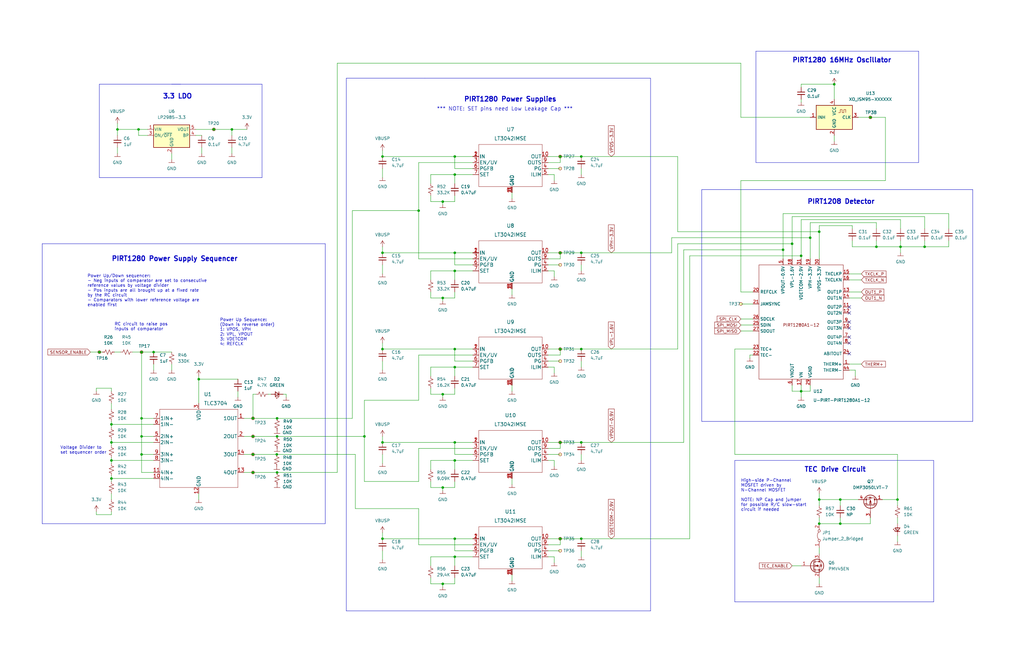
<source format=kicad_sch>
(kicad_sch (version 20230121) (generator eeschema)
  (paper "B")
  (junction (at 245.11 106.68))
  (junction (at 106.68 191.77))
  (junction (at 369.57 104.14))
  (junction (at 337.82 107.95))
  (junction (at 41.91 148.59))
  (junction (at 186.69 125.73))
  (junction (at 59.69 191.77))
  (junction (at 116.84 184.15))
  (junction (at 49.53 54.61))
  (junction (at 245.11 186.69))
  (junction (at 90.17 54.61))
  (junction (at 116.84 176.53))
  (junction (at 354.33 210.82))
  (junction (at 46.99 186.69))
  (junction (at 191.77 147.32))
  (junction (at 186.69 85.09))
  (junction (at 191.77 234.95))
  (junction (at 106.68 199.39))
  (junction (at 351.79 35.56))
  (junction (at 354.33 220.98))
  (junction (at 83.82 160.02))
  (junction (at 161.29 186.69))
  (junction (at 58.42 54.61))
  (junction (at 345.44 97.79))
  (junction (at 59.69 184.15))
  (junction (at 161.29 66.04))
  (junction (at 345.44 210.82))
  (junction (at 367.03 49.53))
  (junction (at 191.77 114.3))
  (junction (at 337.82 165.1))
  (junction (at 334.01 102.87))
  (junction (at 191.77 73.66))
  (junction (at 379.73 104.14))
  (junction (at 106.68 176.53))
  (junction (at 161.29 147.32))
  (junction (at 191.77 194.31))
  (junction (at 245.11 147.32))
  (junction (at 46.99 201.93))
  (junction (at 389.89 104.14))
  (junction (at 236.22 66.04))
  (junction (at 176.53 88.9))
  (junction (at 236.22 186.69))
  (junction (at 236.22 147.32))
  (junction (at 64.77 148.59))
  (junction (at 191.77 106.68))
  (junction (at 97.79 54.61))
  (junction (at 245.11 66.04))
  (junction (at 46.99 194.31))
  (junction (at 186.69 205.74))
  (junction (at 378.46 210.82))
  (junction (at 236.22 227.33))
  (junction (at 191.77 186.69))
  (junction (at 341.63 100.33))
  (junction (at 191.77 66.04))
  (junction (at 116.722 191.77))
  (junction (at 116.84 199.39))
  (junction (at 245.11 227.33))
  (junction (at 186.69 246.38))
  (junction (at 59.69 148.59))
  (junction (at 186.69 166.37))
  (junction (at 106.68 184.15))
  (junction (at 161.29 106.68))
  (junction (at 191.77 227.33))
  (junction (at 59.69 176.53))
  (junction (at 46.99 179.07))
  (junction (at 345.44 220.98))
  (junction (at 161.29 227.33))
  (junction (at 153.67 184.15))
  (junction (at 236.22 106.68))
  (junction (at 191.77 154.94))
  (junction (at 330.2 105.41))
  (no_connect (at 358.14 135.89))
  (no_connect (at 358.14 144.78))
  (no_connect (at 358.14 142.24))
  (no_connect (at 358.14 138.43))
  (no_connect (at 358.14 132.08))
  (no_connect (at 358.14 149.225))
  (no_connect (at 358.14 129.54))
  (wire (pts (xy 337.82 41.91) (xy 337.82 43.18)))
  (wire (pts (xy 181.61 114.3) (xy 181.61 118.11)))
  (wire (pts (xy 181.61 85.09) (xy 186.69 85.09)))
  (wire (pts (xy 245.11 152.4) (xy 245.11 154.94)))
  (wire (pts (xy 379.73 101.6) (xy 379.73 104.14)))
  (wire (pts (xy 231.14 189.23) (xy 236.22 189.23)))
  (wire (pts (xy 58.42 54.61) (xy 62.23 54.61)))
  (wire (pts (xy 83.82 160.02) (xy 83.82 170.18)))
  (wire (pts (xy 97.79 54.61) (xy 104.14 54.61)))
  (wire (pts (xy 191.77 125.73) (xy 191.77 123.19)))
  (polyline (pts (xy 318.77 21.59) (xy 349.25 21.59)))
  (wire (pts (xy 72.39 153.67) (xy 72.39 156.21)))
  (wire (pts (xy 161.29 191.77) (xy 161.29 195.58)))
  (wire (pts (xy 191.77 227.33) (xy 199.39 227.33)))
  (wire (pts (xy 245.11 66.04) (xy 285.75 66.04)))
  (wire (pts (xy 161.29 144.78) (xy 161.29 147.32)))
  (wire (pts (xy 215.9 81.28) (xy 215.9 83.82)))
  (wire (pts (xy 161.29 224.79) (xy 161.29 227.33)))
  (wire (pts (xy 290.83 107.95) (xy 337.82 107.95)))
  (wire (pts (xy 106.68 176.53) (xy 116.84 176.53)))
  (wire (pts (xy 245.11 147.32) (xy 285.75 147.32)))
  (wire (pts (xy 191.77 114.3) (xy 181.61 114.3)))
  (wire (pts (xy 48.26 148.59) (xy 50.8 148.59)))
  (wire (pts (xy 176.53 88.9) (xy 176.53 109.22)))
  (wire (pts (xy 233.68 194.31) (xy 231.14 194.31)))
  (wire (pts (xy 46.99 194.31) (xy 46.99 195.58)))
  (wire (pts (xy 337.82 35.56) (xy 351.79 35.56)))
  (wire (pts (xy 181.61 234.95) (xy 181.61 238.76)))
  (wire (pts (xy 231.14 106.68) (xy 236.22 106.68)))
  (wire (pts (xy 106.68 199.39) (xy 116.84 199.39)))
  (wire (pts (xy 231.14 149.86) (xy 236.22 149.86)))
  (wire (pts (xy 161.29 63.5) (xy 161.29 66.04)))
  (wire (pts (xy 285.75 102.87) (xy 334.01 102.87)))
  (wire (pts (xy 312.42 26.67) (xy 312.42 49.53)))
  (wire (pts (xy 153.67 184.15) (xy 153.67 203.2)))
  (wire (pts (xy 181.61 194.31) (xy 181.61 198.12)))
  (wire (pts (xy 161.29 152.4) (xy 161.29 156.21)))
  (wire (pts (xy 354.33 210.82) (xy 345.44 210.82)))
  (wire (pts (xy 40.64 215.9) (xy 40.64 217.17)))
  (wire (pts (xy 191.77 234.95) (xy 181.61 234.95)))
  (wire (pts (xy 181.61 243.84) (xy 181.61 246.38)))
  (wire (pts (xy 186.69 205.74) (xy 191.77 205.74)))
  (polyline (pts (xy 274.32 257.81) (xy 146.05 257.81)))
  (wire (pts (xy 191.77 152.4) (xy 191.77 147.32)))
  (wire (pts (xy 46.99 201.93) (xy 64.77 201.93)))
  (wire (pts (xy 233.68 157.48) (xy 233.68 154.94)))
  (wire (pts (xy 46.99 217.17) (xy 46.99 215.9)))
  (polyline (pts (xy 72.39 35.56) (xy 110.49 35.56)))
  (wire (pts (xy 199.39 232.41) (xy 191.77 232.41)))
  (wire (pts (xy 312.42 134.62) (xy 317.5 134.62)))
  (wire (pts (xy 176.53 68.58) (xy 199.39 68.58)))
  (wire (pts (xy 49.53 52.07) (xy 49.53 54.61)))
  (wire (pts (xy 330.2 90.17) (xy 400.05 90.17)))
  (wire (pts (xy 59.69 199.39) (xy 64.77 199.39)))
  (wire (pts (xy 231.14 147.32) (xy 236.22 147.32)))
  (polyline (pts (xy 295.91 177.8) (xy 295.91 80.01)))
  (wire (pts (xy 191.77 186.69) (xy 199.39 186.69)))
  (wire (pts (xy 161.29 104.14) (xy 161.29 106.68)))
  (wire (pts (xy 215.9 162.56) (xy 215.9 165.1)))
  (wire (pts (xy 236.22 106.68) (xy 245.11 106.68)))
  (wire (pts (xy 337.82 109.22) (xy 337.82 107.95)))
  (wire (pts (xy 191.77 73.66) (xy 181.61 73.66)))
  (wire (pts (xy 59.69 148.59) (xy 59.69 176.53)))
  (polyline (pts (xy 41.91 35.56) (xy 72.39 35.56)))
  (wire (pts (xy 245.11 111.76) (xy 245.11 114.3)))
  (wire (pts (xy 161.29 111.76) (xy 161.29 115.57)))
  (wire (pts (xy 186.69 125.73) (xy 191.77 125.73)))
  (polyline (pts (xy 110.49 74.93) (xy 41.91 74.93)))
  (wire (pts (xy 231.14 68.58) (xy 236.22 68.58)))
  (wire (pts (xy 345.44 231.14) (xy 345.44 233.68)))
  (wire (pts (xy 46.99 193.04) (xy 46.99 194.31)))
  (wire (pts (xy 49.53 54.61) (xy 49.53 57.15)))
  (wire (pts (xy 345.44 210.82) (xy 345.44 213.36)))
  (wire (pts (xy 236.22 227.33) (xy 245.11 227.33)))
  (wire (pts (xy 285.75 97.79) (xy 345.44 97.79)))
  (wire (pts (xy 64.77 153.67) (xy 64.77 156.21)))
  (wire (pts (xy 41.91 148.59) (xy 43.18 148.59)))
  (wire (pts (xy 59.69 176.53) (xy 59.69 184.15)))
  (wire (pts (xy 181.61 246.38) (xy 186.69 246.38)))
  (wire (pts (xy 186.69 85.09) (xy 191.77 85.09)))
  (wire (pts (xy 46.99 177.8) (xy 46.99 179.07)))
  (wire (pts (xy 312.42 139.7) (xy 317.5 139.7)))
  (wire (pts (xy 40.64 217.17) (xy 46.99 217.17)))
  (wire (pts (xy 97.79 54.61) (xy 97.79 57.15)))
  (wire (pts (xy 64.77 148.59) (xy 72.39 148.59)))
  (wire (pts (xy 358.14 156.21) (xy 360.68 156.21)))
  (wire (pts (xy 59.69 176.53) (xy 64.77 176.53)))
  (wire (pts (xy 142.24 199.39) (xy 142.24 26.67)))
  (wire (pts (xy 153.67 168.91) (xy 153.67 184.15)))
  (wire (pts (xy 46.99 185.42) (xy 46.99 186.69)))
  (wire (pts (xy 191.77 73.66) (xy 191.77 77.47)))
  (wire (pts (xy 199.39 234.95) (xy 191.77 234.95)))
  (wire (pts (xy 312.42 49.53) (xy 341.63 49.53)))
  (wire (pts (xy 181.61 82.55) (xy 181.61 85.09)))
  (wire (pts (xy 181.61 154.94) (xy 181.61 158.75)))
  (wire (pts (xy 116.84 184.15) (xy 153.67 184.15)))
  (wire (pts (xy 72.39 64.77) (xy 72.39 67.31)))
  (wire (pts (xy 245.11 232.41) (xy 245.11 234.95)))
  (polyline (pts (xy 41.91 74.93) (xy 41.91 35.56)))
  (wire (pts (xy 119.38 166.37) (xy 120.65 166.37)))
  (wire (pts (xy 231.14 232.41) (xy 236.22 232.41)))
  (polyline (pts (xy 274.32 33.02) (xy 274.32 257.81)))
  (wire (pts (xy 373.38 49.53) (xy 373.38 76.2)))
  (wire (pts (xy 149.86 214.63) (xy 176.53 214.63)))
  (wire (pts (xy 361.95 210.82) (xy 354.33 210.82)))
  (wire (pts (xy 186.69 166.37) (xy 186.69 167.64)))
  (wire (pts (xy 337.82 35.56) (xy 337.82 36.83)))
  (wire (pts (xy 285.75 147.32) (xy 285.75 102.87)))
  (wire (pts (xy 334.01 102.87) (xy 334.01 91.44)))
  (wire (pts (xy 378.46 210.82) (xy 378.46 191.77)))
  (wire (pts (xy 378.46 210.82) (xy 372.11 210.82)))
  (wire (pts (xy 367.03 218.44) (xy 367.03 220.98)))
  (polyline (pts (xy 72.39 35.56) (xy 76.2 35.56)))
  (wire (pts (xy 345.44 95.25) (xy 345.44 97.79)))
  (wire (pts (xy 191.77 166.37) (xy 191.77 163.83)))
  (wire (pts (xy 199.39 73.66) (xy 191.77 73.66)))
  (wire (pts (xy 176.53 68.58) (xy 176.53 88.9)))
  (wire (pts (xy 358.14 118.11) (xy 363.22 118.11)))
  (wire (pts (xy 312.42 128.27) (xy 317.5 128.27)))
  (wire (pts (xy 309.88 147.32) (xy 317.5 147.32)))
  (wire (pts (xy 191.77 111.76) (xy 191.77 106.68)))
  (wire (pts (xy 176.53 203.2) (xy 176.53 189.23)))
  (wire (pts (xy 290.83 227.33) (xy 290.83 107.95)))
  (wire (pts (xy 59.69 184.15) (xy 64.77 184.15)))
  (wire (pts (xy 97.79 62.23) (xy 97.79 64.77)))
  (wire (pts (xy 186.69 246.38) (xy 191.77 246.38)))
  (wire (pts (xy 176.53 214.63) (xy 176.53 229.87)))
  (wire (pts (xy 231.14 227.33) (xy 236.22 227.33)))
  (polyline (pts (xy 309.88 194.31) (xy 309.88 254)))
  (wire (pts (xy 337.82 165.1) (xy 341.63 165.1)))
  (wire (pts (xy 334.01 162.56) (xy 334.01 165.1)))
  (wire (pts (xy 181.61 163.83) (xy 181.61 166.37)))
  (wire (pts (xy 245.11 227.33) (xy 290.83 227.33)))
  (wire (pts (xy 161.29 227.33) (xy 191.77 227.33)))
  (wire (pts (xy 359.41 95.25) (xy 359.41 96.52)))
  (wire (pts (xy 215.9 201.93) (xy 215.9 204.47)))
  (wire (pts (xy 337.82 165.1) (xy 337.82 167.64)))
  (wire (pts (xy 161.29 186.69) (xy 191.77 186.69)))
  (wire (pts (xy 186.69 125.73) (xy 186.69 127)))
  (wire (pts (xy 345.44 97.79) (xy 345.44 109.22)))
  (wire (pts (xy 236.22 147.32) (xy 245.11 147.32)))
  (wire (pts (xy 199.39 71.12) (xy 191.77 71.12)))
  (wire (pts (xy 231.14 191.77) (xy 236.22 191.77)))
  (wire (pts (xy 233.68 114.3) (xy 231.14 114.3)))
  (wire (pts (xy 181.61 203.2) (xy 181.61 205.74)))
  (polyline (pts (xy 146.05 257.81) (xy 146.05 33.02)))
  (wire (pts (xy 113.03 166.37) (xy 114.3 166.37)))
  (wire (pts (xy 358.14 123.19) (xy 363.22 123.19)))
  (polyline (pts (xy 295.91 80.01) (xy 410.21 80.01)))
  (wire (pts (xy 85.09 62.23) (xy 85.09 64.77)))
  (wire (pts (xy 161.29 106.68) (xy 191.77 106.68)))
  (wire (pts (xy 148.59 176.53) (xy 148.59 88.9)))
  (wire (pts (xy 153.67 203.2) (xy 176.53 203.2)))
  (wire (pts (xy 46.99 165.1) (xy 46.99 163.83)))
  (wire (pts (xy 378.46 226.06) (xy 378.46 228.6)))
  (wire (pts (xy 153.67 168.91) (xy 176.53 168.91)))
  (wire (pts (xy 236.22 109.22) (xy 236.22 106.68)))
  (wire (pts (xy 181.61 205.74) (xy 186.69 205.74)))
  (wire (pts (xy 400.05 104.14) (xy 400.05 101.6)))
  (polyline (pts (xy 309.88 194.31) (xy 393.7 194.31)))
  (wire (pts (xy 354.33 218.44) (xy 354.33 220.98)))
  (wire (pts (xy 102.87 199.39) (xy 106.68 199.39)))
  (wire (pts (xy 181.61 125.73) (xy 186.69 125.73)))
  (wire (pts (xy 191.77 154.94) (xy 181.61 154.94)))
  (wire (pts (xy 49.53 62.23) (xy 49.53 64.77)))
  (wire (pts (xy 59.69 184.15) (xy 59.69 191.77)))
  (polyline (pts (xy 17.78 102.87) (xy 17.78 220.98)))
  (wire (pts (xy 46.99 200.66) (xy 46.99 201.93)))
  (wire (pts (xy 83.82 208.28) (xy 83.82 210.82)))
  (wire (pts (xy 337.82 162.56) (xy 337.82 165.1)))
  (wire (pts (xy 345.44 220.98) (xy 354.33 220.98)))
  (wire (pts (xy 106.68 166.37) (xy 107.95 166.37)))
  (wire (pts (xy 330.2 105.41) (xy 330.2 90.17)))
  (wire (pts (xy 191.77 147.32) (xy 199.39 147.32)))
  (wire (pts (xy 389.89 101.6) (xy 389.89 104.14)))
  (wire (pts (xy 176.53 109.22) (xy 199.39 109.22)))
  (wire (pts (xy 288.29 105.41) (xy 330.2 105.41)))
  (wire (pts (xy 191.77 191.77) (xy 191.77 186.69)))
  (wire (pts (xy 367.03 220.98) (xy 354.33 220.98)))
  (wire (pts (xy 233.68 237.49) (xy 233.68 234.95)))
  (wire (pts (xy 360.68 156.21) (xy 360.68 158.75)))
  (polyline (pts (xy 393.7 254) (xy 309.88 254)))
  (polyline (pts (xy 137.16 102.87) (xy 137.16 220.98)))
  (wire (pts (xy 245.11 106.68) (xy 283.21 106.68)))
  (wire (pts (xy 59.69 191.77) (xy 59.69 199.39)))
  (wire (pts (xy 181.61 73.66) (xy 181.61 77.47)))
  (wire (pts (xy 106.68 191.77) (xy 116.722 191.77)))
  (wire (pts (xy 102.87 191.77) (xy 106.68 191.77)))
  (polyline (pts (xy 137.16 220.98) (xy 17.78 220.98)))
  (wire (pts (xy 161.29 184.15) (xy 161.29 186.69)))
  (polyline (pts (xy 393.7 194.31) (xy 393.7 254)))
  (wire (pts (xy 379.73 104.14) (xy 379.73 106.68)))
  (wire (pts (xy 46.99 186.69) (xy 64.77 186.69)))
  (wire (pts (xy 378.46 213.36) (xy 378.46 210.82)))
  (wire (pts (xy 337.82 107.95) (xy 337.82 92.71)))
  (wire (pts (xy 199.39 114.3) (xy 191.77 114.3)))
  (wire (pts (xy 283.21 106.68) (xy 283.21 100.33)))
  (wire (pts (xy 373.38 76.2) (xy 312.42 76.2)))
  (wire (pts (xy 312.42 123.19) (xy 317.5 123.19)))
  (wire (pts (xy 191.77 205.74) (xy 191.77 203.2)))
  (wire (pts (xy 359.41 101.6) (xy 359.41 104.14)))
  (wire (pts (xy 233.68 234.95) (xy 231.14 234.95)))
  (wire (pts (xy 231.14 71.12) (xy 236.22 71.12)))
  (wire (pts (xy 106.68 184.15) (xy 116.84 184.15)))
  (wire (pts (xy 148.59 88.9) (xy 176.53 88.9)))
  (wire (pts (xy 231.14 186.69) (xy 236.22 186.69)))
  (wire (pts (xy 46.99 186.69) (xy 46.99 187.96)))
  (wire (pts (xy 59.69 191.77) (xy 64.77 191.77)))
  (wire (pts (xy 245.11 71.12) (xy 245.11 73.66)))
  (wire (pts (xy 354.33 210.82) (xy 354.33 213.36)))
  (wire (pts (xy 199.39 194.31) (xy 191.77 194.31)))
  (wire (pts (xy 46.99 179.07) (xy 64.77 179.07)))
  (wire (pts (xy 46.99 179.07) (xy 46.99 180.34)))
  (wire (pts (xy 367.03 49.53) (xy 373.38 49.53)))
  (wire (pts (xy 369.57 104.14) (xy 379.73 104.14)))
  (wire (pts (xy 191.77 85.09) (xy 191.77 82.55)))
  (wire (pts (xy 337.82 92.71) (xy 379.73 92.71)))
  (wire (pts (xy 191.77 66.04) (xy 199.39 66.04)))
  (wire (pts (xy 161.29 232.41) (xy 161.29 236.22)))
  (wire (pts (xy 233.68 154.94) (xy 231.14 154.94)))
  (wire (pts (xy 116.84 176.53) (xy 148.59 176.53)))
  (wire (pts (xy 199.39 111.76) (xy 191.77 111.76)))
  (wire (pts (xy 233.68 73.66) (xy 231.14 73.66)))
  (wire (pts (xy 199.39 191.77) (xy 191.77 191.77)))
  (wire (pts (xy 62.23 57.15) (xy 58.42 57.15)))
  (wire (pts (xy 46.99 208.28) (xy 46.99 210.82)))
  (wire (pts (xy 82.55 57.15) (xy 85.09 57.15)))
  (wire (pts (xy 341.63 100.33) (xy 341.63 93.98)))
  (wire (pts (xy 345.44 243.84) (xy 345.44 246.38)))
  (wire (pts (xy 83.82 160.02) (xy 100.33 160.02)))
  (wire (pts (xy 55.88 148.59) (xy 59.69 148.59)))
  (wire (pts (xy 186.69 85.09) (xy 186.69 86.36)))
  (polyline (pts (xy 410.21 80.01) (xy 410.21 177.8)))
  (wire (pts (xy 236.22 229.87) (xy 236.22 227.33)))
  (wire (pts (xy 379.73 104.14) (xy 389.89 104.14)))
  (wire (pts (xy 369.57 93.98) (xy 369.57 96.52)))
  (wire (pts (xy 191.77 232.41) (xy 191.77 227.33)))
  (wire (pts (xy 106.68 176.53) (xy 106.68 166.37)))
  (wire (pts (xy 231.14 66.04) (xy 236.22 66.04)))
  (wire (pts (xy 191.77 106.68) (xy 199.39 106.68)))
  (wire (pts (xy 191.77 234.95) (xy 191.77 238.76)))
  (polyline (pts (xy 318.77 68.58) (xy 318.77 21.59)))
  (wire (pts (xy 191.77 114.3) (xy 191.77 118.11)))
  (wire (pts (xy 191.77 154.94) (xy 191.77 158.75)))
  (wire (pts (xy 359.41 104.14) (xy 369.57 104.14)))
  (wire (pts (xy 341.63 109.22) (xy 341.63 100.33)))
  (wire (pts (xy 351.79 35.56) (xy 351.79 41.91)))
  (wire (pts (xy 46.99 170.18) (xy 46.99 172.72)))
  (wire (pts (xy 309.88 191.77) (xy 378.46 191.77)))
  (wire (pts (xy 312.42 137.16) (xy 317.5 137.16)))
  (wire (pts (xy 186.69 205.74) (xy 186.69 207.01)))
  (wire (pts (xy 231.14 229.87) (xy 236.22 229.87)))
  (wire (pts (xy 231.14 152.4) (xy 236.22 152.4)))
  (wire (pts (xy 40.64 163.83) (xy 40.64 165.1)))
  (wire (pts (xy 176.53 168.91) (xy 176.53 149.86)))
  (wire (pts (xy 100.33 165.1) (xy 100.33 167.64)))
  (wire (pts (xy 334.01 238.76) (xy 337.82 238.76)))
  (wire (pts (xy 46.99 201.93) (xy 46.99 203.2)))
  (wire (pts (xy 236.22 189.23) (xy 236.22 186.69)))
  (wire (pts (xy 358.14 153.67) (xy 363.22 153.67)))
  (wire (pts (xy 59.69 148.59) (xy 64.77 148.59)))
  (wire (pts (xy 161.29 71.12) (xy 161.29 74.93)))
  (wire (pts (xy 90.17 54.61) (xy 97.79 54.61)))
  (wire (pts (xy 400.05 90.17) (xy 400.05 96.52)))
  (wire (pts (xy 309.88 147.32) (xy 309.88 191.77)))
  (wire (pts (xy 236.22 66.04) (xy 245.11 66.04)))
  (wire (pts (xy 345.44 95.25) (xy 359.41 95.25)))
  (wire (pts (xy 330.2 109.22) (xy 330.2 105.41)))
  (wire (pts (xy 102.87 184.15) (xy 106.68 184.15)))
  (wire (pts (xy 316.23 151.13) (xy 316.23 149.86)))
  (wire (pts (xy 116.84 199.39) (xy 142.24 199.39)))
  (wire (pts (xy 351.79 57.15) (xy 351.79 59.69)))
  (wire (pts (xy 334.01 165.1) (xy 337.82 165.1)))
  (wire (pts (xy 191.77 71.12) (xy 191.77 66.04)))
  (wire (pts (xy 191.77 246.38) (xy 191.77 243.84)))
  (wire (pts (xy 341.63 93.98) (xy 369.57 93.98)))
  (wire (pts (xy 389.89 104.14) (xy 400.05 104.14)))
  (wire (pts (xy 199.39 154.94) (xy 191.77 154.94)))
  (wire (pts (xy 369.57 101.6) (xy 369.57 104.14)))
  (wire (pts (xy 38.1 148.59) (xy 41.91 148.59)))
  (wire (pts (xy 49.53 54.61) (xy 58.42 54.61)))
  (polyline (pts (xy 349.25 21.59) (xy 387.35 21.59)))
  (wire (pts (xy 120.65 166.37) (xy 120.65 167.64)))
  (wire (pts (xy 176.53 149.86) (xy 199.39 149.86)))
  (wire (pts (xy 358.14 125.73) (xy 363.22 125.73)))
  (wire (pts (xy 181.61 123.19) (xy 181.61 125.73)))
  (wire (pts (xy 245.11 191.77) (xy 245.11 194.31)))
  (wire (pts (xy 176.53 229.87) (xy 199.39 229.87)))
  (wire (pts (xy 231.14 109.22) (xy 236.22 109.22)))
  (wire (pts (xy 161.29 66.04) (xy 191.77 66.04)))
  (wire (pts (xy 102.87 176.53) (xy 106.68 176.53)))
  (wire (pts (xy 191.77 194.31) (xy 181.61 194.31)))
  (wire (pts (xy 345.44 218.44) (xy 345.44 220.98)))
  (wire (pts (xy 215.9 242.57) (xy 215.9 245.11)))
  (wire (pts (xy 379.73 92.71) (xy 379.73 96.52)))
  (wire (pts (xy 142.24 26.67) (xy 312.42 26.67)))
  (wire (pts (xy 361.95 49.53) (xy 367.03 49.53)))
  (polyline (pts (xy 387.35 21.59) (xy 387.35 68.58)))
  (wire (pts (xy 83.82 158.75) (xy 83.82 160.02)))
  (wire (pts (xy 245.11 186.69) (xy 288.29 186.69)))
  (wire (pts (xy 389.89 91.44) (xy 389.89 96.52)))
  (wire (pts (xy 236.22 186.69) (xy 245.11 186.69)))
  (wire (pts (xy 215.9 121.92) (xy 215.9 124.46)))
  (wire (pts (xy 316.23 149.86) (xy 317.5 149.86)))
  (wire (pts (xy 161.29 147.32) (xy 191.77 147.32)))
  (wire (pts (xy 116.722 191.77) (xy 149.86 191.77)))
  (wire (pts (xy 58.42 57.15) (xy 58.42 54.61)))
  (wire (pts (xy 233.68 116.84) (xy 233.68 114.3)))
  (wire (pts (xy 46.99 194.31) (xy 64.77 194.31)))
  (wire (pts (xy 236.22 68.58) (xy 236.22 66.04)))
  (wire (pts (xy 46.99 163.83) (xy 40.64 163.83)))
  (wire (pts (xy 233.68 196.85) (xy 233.68 194.31)))
  (wire (pts (xy 199.39 152.4) (xy 191.77 152.4)))
  (wire (pts (xy 149.86 191.77) (xy 149.86 214.63)))
  (wire (pts (xy 312.42 76.2) (xy 312.42 123.19)))
  (polyline (pts (xy 387.35 68.58) (xy 318.77 68.58)))
  (wire (pts (xy 334.01 91.44) (xy 389.89 91.44)))
  (wire (pts (xy 288.29 186.69) (xy 288.29 105.41)))
  (wire (pts (xy 236.22 149.86) (xy 236.22 147.32)))
  (wire (pts (xy 334.01 109.22) (xy 334.01 102.87)))
  (wire (pts (xy 285.75 66.04) (xy 285.75 97.79)))
  (wire (pts (xy 82.55 54.61) (xy 90.17 54.61)))
  (wire (pts (xy 233.68 76.2) (xy 233.68 73.66)))
  (wire (pts (xy 181.61 166.37) (xy 186.69 166.37)))
  (wire (pts (xy 191.77 194.31) (xy 191.77 198.12)))
  (polyline (pts (xy 179.07 33.02) (xy 274.32 33.02)))
  (polyline (pts (xy 410.21 177.8) (xy 295.91 177.8)))
  (polyline (pts (xy 146.05 33.02) (xy 179.07 33.02)))
  (polyline (pts (xy 17.78 102.87) (xy 137.16 102.87)))
  (wire (pts (xy 378.46 218.44) (xy 378.46 220.98)))
  (wire (pts (xy 358.14 115.57) (xy 363.22 115.57)))
  (wire (pts (xy 345.44 208.28) (xy 345.44 210.82)))
  (wire (pts (xy 283.21 100.33) (xy 341.63 100.33)))
  (wire (pts (xy 186.69 166.37) (xy 191.77 166.37)))
  (wire (pts (xy 231.14 111.76) (xy 236.22 111.76)))
  (polyline (pts (xy 110.49 35.56) (xy 110.49 74.93)))
  (wire (pts (xy 341.63 165.1) (xy 341.63 162.56)))
  (wire (pts (xy 186.69 246.38) (xy 186.69 247.65)))
  (wire (pts (xy 176.53 189.23) (xy 199.39 189.23)))
  (text "TEC Drive Circuit" (at 339.09 199.39 0) (effects (font (size 2 2) (thickness 0.4) bold) (justify left bottom)))
  (text "RC circuit to raise pos\ninputs of comparator" (at 48.26 139.7 0) (effects (font (size 1.27 1.27)) (justify left bottom)))
  (text "Voltage Divider to\nset sequencer order" (at 25.4 191.77 0) (effects (font (size 1.27 1.27)) (justify left bottom)))
  (text "Power Up/Down sequencer:\n- Neg inputs of comparator are set to consecutive \nreference values by voltage divider\n- Pos inputs are all brought up at a fixed rate\nby the RC circuit\n- Comparators with lower reference voltage are\nenabled first" (at 36.83 129.54 0) (effects (font (size 1.27 1.27)) (justify left bottom)))
  (text "PIRT1280 16MHz Oscillator" (at 334.01 26.67 0) (effects (font (size 2 2) (thickness 0.4) bold) (justify left bottom)))
  (text "PIRT1280 Power Supply Sequencer" (at 46.99 110.49 0) (effects (font (size 2 2) (thickness 0.4) bold) (justify left bottom)))
  (text "﻿High-side P-Channel \nMOSFET driven by \nN-Channel MOSFET\n\n﻿NOTE: NP Cap and jumper\nfor possible R/C slow-start \ncircuit if needed" (at 312.42 215.9 0) (effects (font (size 1.27 1.27)) (justify left bottom)))
  (text "PIRT1208 Detector" (at 340.36 86.36 0) (effects (font (size 2 2) (thickness 0.4) bold) (justify left bottom)))
  (text "*** NOTE: SET pins need Low Leakage Cap ***" (at 184.15 46.99 0) (effects (font (size 1.6 1.6)) (justify left bottom)))
  (text "\n\nPower Up Sequence:\n(Down is reverse order)\n1: ﻿VPOS, VPH\n2: VPL, VPOUT\n3: VDETCOM\n4: REFCLK" (at 92.71 146.05 0) (effects (font (size 1.27 1.27)) (justify left bottom)))
  (text "3.3 LDO" (at 68.58 41.91 0) (effects (font (size 2 2) (thickness 0.4) bold) (justify left bottom)))
  (text "PIRT1280 Power Supplies" (at 195.58 43.18 0) (effects (font (size 2 2) (thickness 0.4) bold) (justify left bottom)))
  (global_label "VPOS-3.3V" (shape input) (at 257.81 66.04 90) (property "Intersheetrefs" "${INTERSHEET_REFS}" (effects hide)))
  (global_label "SPI_MOSI" (shape input) (at 312.42 137.16 180) (property "Intersheetrefs" "${INTERSHEET_REFS}" (effects hide)))
  (global_label "TEC_ENABLE" (shape input) (at 334.01 238.76 180) (property "Intersheetrefs" "${INTERSHEET_REFS}" (effects hide)))
  (global_label "SPI_CLK" (shape input) (at 312.42 134.62 180) (property "Intersheetrefs" "${INTERSHEET_REFS}" (effects hide)))
  (global_label "VPL-1.6V" (shape input) (at 257.81 147.32 90) (property "Intersheetrefs" "${INTERSHEET_REFS}" (effects hide)))
  (global_label "OUT1_N" (shape input) (at 363.22 125.73 0) (property "Intersheetrefs" "${INTERSHEET_REFS}" (effects hide)))
  (global_label "TXCLK_P" (shape input) (at 363.22 115.57 0) (property "Intersheetrefs" "${INTERSHEET_REFS}" (effects hide)))
  (global_label "SENSOR_ENABLE" (shape input) (at 38.1 148.59 180) (property "Intersheetrefs" "${INTERSHEET_REFS}" (effects hide)))
  (global_label "VPOUT-0.9V" (shape input) (at 257.81 186.69 90) (property "Intersheetrefs" "${INTERSHEET_REFS}" (effects hide)))
  (global_label "OUT1_P" (shape input) (at 363.22 123.19 0) (property "Intersheetrefs" "${INTERSHEET_REFS}" (effects hide)))
  (global_label "SPI_MISO" (shape input) (at 312.42 139.7 180) (property "Intersheetrefs" "${INTERSHEET_REFS}" (effects hide)))
  (global_label "TXCLK_N" (shape input) (at 363.22 118.11 0) (property "Intersheetrefs" "${INTERSHEET_REFS}" (effects hide)))
  (global_label "THERM+" (shape input) (at 363.22 153.67 0) (property "Intersheetrefs" "${INTERSHEET_REFS}" (effects hide)))
  (global_label "VPH-3.3V" (shape input) (at 257.81 106.68 90) (property "Intersheetrefs" "${INTERSHEET_REFS}" (effects hide)))
  (global_label "VDETCOM-2.9V" (shape input) (at 257.81 227.33 90) (property "Intersheetrefs" "${INTERSHEET_REFS}" (effects hide)))
  (symbol (lib_id "Device:C_Small") (at 389.89 99.06 0) (unit 1)
    (property "Reference" "C34" (at 392.43 97.7962 0) (effects (justify left)))
    (property "Value" "0.1uF" (at 392.43 100.3362 0) (effects (justify left)))
    (property "Footprint" "Capacitor_SMD:C_0603_1608Metric_Pad1.08x0.95mm_HandSolder" (effects hide))
  )
  (symbol (lib_id "Device:C_Small") (at 64.77 151.13 0) (unit 1)
    (property "Reference" "C7" (at 67.31 149.8662 0) (effects (justify left)))
    (property "Value" "1uF" (at 67.31 152.4062 0) (effects (justify left)))
    (property "Footprint" "Capacitor_SMD:C_0603_1608Metric_Pad1.08x0.95mm_HandSolder" (effects hide))
  )
  (symbol (lib_id "Device:R_Small_US") (at 181.61 241.3 0) (unit 1)
    (property "Reference" "R56" (at 184.15 240.0299 0) (effects (justify left)))
    (property "Value" "29.4K" (at 184.15 242.5699 0) (effects (justify left)))
    (property "Footprint" "Resistor_SMD:R_0603_1608Metric_Pad0.98x0.95mm_HandSolder" (effects hide))
  )
  (symbol (lib_id "Device:C_Small") (at 100.33 162.56 0) (unit 1)
    (property "Reference" "C13" (at 102.87 161.2962 0) (effects (justify left)))
    (property "Value" "1uF" (at 102.87 163.8362 0) (effects (justify left)))
    (property "Footprint" "Capacitor_SMD:C_0603_1608Metric_Pad1.08x0.95mm_HandSolder" (effects hide))
  )
  (symbol (lib_id "Device:C_Small") (at 191.77 80.01 0) (unit 1)
    (property "Reference" "C19" (at 194.31 78.7462 0) (effects (justify left)))
    (property "Value" "0.47uF" (at 194.31 81.2862 0) (effects (justify left)))
    (property "Footprint" "Capacitor_SMD:C_0603_1608Metric_Pad1.08x0.95mm_HandSolder" (effects hide))
  )
  (symbol (lib_id "oresat-power:GND") (at 215.9 83.82 0) (unit 1)
    (property "Reference" "#GND025" (effects hide))
    (property "Value" "GND" (at 215.9 87.63 0))
  )
  (symbol (lib_id "Device:R_Small_US") (at 46.99 190.5 0) (unit 1)
    (property "Reference" "R33" (at 49.53 189.2299 0) (effects (justify left)))
    (property "Value" "10K" (at 49.53 191.7699 0) (effects (justify left)))
    (property "Footprint" "Resistor_SMD:R_0603_1608Metric_Pad0.98x0.95mm_HandSolder" (effects hide))
  )
  (symbol (lib_id "oresat-transistors:DMP3050LVT-7") (at 367.03 213.36 270) (mirror x) (unit 1)
    (property "Reference" "Q7" (at 367.03 203.2 90))
    (property "Value" "DMP3050LVT-7" (at 367.03 205.74 90))
    (property "Footprint" "Package_TO_SOT_SMD:SOT-23-6_Handsoldering" (effects hide))
    (property "Datasheet" "https://www.diodes.com/assets/Datasheets/DMP3050LVT.pdf" (effects hide))
  )
  (symbol (lib_id "Device:LED_Small") (at 378.46 223.52 90) (unit 1)
    (property "Reference" "D4" (at 381 222.1864 90) (effects (justify right)))
    (property "Value" "GREEN" (at 381 224.7264 90) (effects (justify right)))
    (property "Footprint" "LED_SMD:LED_0603_1608Metric_Pad1.05x0.95mm_HandSolder" (effects hide))
  )
  (symbol (lib_id "Device:C_Small") (at 191.77 200.66 0) (unit 1)
    (property "Reference" "C22" (at 194.31 199.3962 0) (effects (justify left)))
    (property "Value" "0.47uF" (at 194.31 201.9362 0) (effects (justify left)))
    (property "Footprint" "Capacitor_SMD:C_0603_1608Metric_Pad1.08x0.95mm_HandSolder" (effects hide))
  )
  (symbol (lib_id "oresat-power:GND") (at 233.68 237.49 0) (unit 1)
    (property "Reference" "#GND034" (effects hide))
    (property "Value" "GND" (at 233.68 241.3 0))
  )
  (symbol (lib_id "oresat-misc:TestPoint-MinTH") (at 236.22 147.32 0) (unit 1)
    (property "Reference" "TP31" (at 237.49 147.3199 0) (effects (justify left)))
    (property "Value" "TestPoint-MinTH" (effects hide))
    (property "Footprint" "oresat-misc:TestPoint-MinTH" (effects hide))
  )
  (symbol (lib_id "oresat-misc:TestPoint-MinTH") (at 236.22 232.41 0) (unit 1)
    (property "Reference" "TP36" (at 237.49 232.4099 0) (effects (justify left)))
    (property "Value" "TestPoint-MinTH" (effects hide))
    (property "Footprint" "oresat-misc:TestPoint-MinTH" (effects hide))
  )
  (symbol (lib_id "oresat-misc:TestPoint-MinTH") (at 106.68 176.53 0) (unit 1)
    (property "Reference" "TP23" (at 107.3315 178.391 0) (effects (justify left)))
    (property "Value" "TestPoint-MinTH" (effects hide))
    (property "Footprint" "oresat-misc:TestPoint-MinTH" (effects hide))
  )
  (symbol (lib_id "oresat-power:VBUSP") (at 49.53 52.07 0) (unit 1)
    (property "Reference" "#VBUSP01" (effects hide))
    (property "Value" "VBUSP" (at 49.53 46.99 0))
  )
  (symbol (lib_id "Device:R_Small_US") (at 181.61 161.29 0) (unit 1)
    (property "Reference" "R54" (at 184.15 160.0199 0) (effects (justify left)))
    (property "Value" "16.2K" (at 184.15 162.5599 0) (effects (justify left)))
    (property "Footprint" "Resistor_SMD:R_0603_1608Metric_Pad0.98x0.95mm_HandSolder" (effects hide))
  )
  (symbol (lib_id "oresat-power:GND") (at 85.09 64.77 0) (unit 1)
    (property "Reference" "#GND07" (effects hide))
    (property "Value" "GND" (at 85.09 68.58 0))
  )
  (symbol (lib_id "oresat-misc:TestPoint-MinTH") (at 236.22 111.76 0) (unit 1)
    (property "Reference" "TP30" (at 237.49 111.7599 0) (effects (justify left)))
    (property "Value" "TestPoint-MinTH" (effects hide))
    (property "Footprint" "oresat-misc:TestPoint-MinTH" (effects hide))
  )
  (symbol (lib_id "oresat-power:GND") (at 186.69 207.01 0) (unit 1)
    (property "Reference" "#GND023" (effects hide))
    (property "Value" "GND" (at 186.69 210.82 0))
  )
  (symbol (lib_id "oresat-power:VBUSP") (at 161.29 144.78 0) (unit 1)
    (property "Reference" "#VBUSP04" (effects hide))
    (property "Value" "VBUSP" (at 161.29 139.7 0))
  )
  (symbol (lib_id "oresat-power:3.3V") (at 83.82 158.75 0) (unit 1)
    (property "Reference" "#3V02" (effects hide))
    (property "Value" "3.3V" (at 83.82 153.67 0))
  )
  (symbol (lib_id "oresat-power:GND") (at 233.68 196.85 0) (unit 1)
    (property "Reference" "#GND033" (effects hide))
    (property "Value" "GND" (at 233.68 200.66 0))
  )
  (symbol (lib_id "Device:C_Small") (at 354.33 215.9 0) (unit 1)
    (property "Reference" "C30" (at 356.87 214.6362 0) (effects (justify left)))
    (property "Value" "NP" (at 356.87 217.1762 0) (effects (justify left)))
    (property "Footprint" "Capacitor_SMD:C_0603_1608Metric_Pad1.08x0.95mm_HandSolder" (effects hide))
  )
  (symbol (lib_id "Device:R_Small_US") (at 116.84 179.07 0) (unit 1)
    (property "Reference" "R49" (at 119.38 177.7999 0) (effects (justify left)))
    (property "Value" "10K" (at 119.38 180.3399 0) (effects (justify left)))
    (property "Footprint" "Resistor_SMD:R_0603_1608Metric_Pad0.98x0.95mm_HandSolder" (effects hide))
  )
  (symbol (lib_id "Device:R_Small_US") (at 378.46 215.9 180) (unit 1)
    (property "Reference" "R61" (at 381 214.6299 0) (effects (justify right)))
    (property "Value" "10K" (at 381 217.1699 0) (effects (justify right)))
    (property "Footprint" "Resistor_SMD:R_0603_1608Metric_Pad0.98x0.95mm_HandSolder" (effects hide))
  )
  (symbol (lib_id "oresat-ics:LT3042IMSE") (at 194.31 227.33 0) (unit 1)
    (property "Reference" "U11" (at 215.265 215.9 0) (effects (font (size 1.524 1.524))))
    (property "Value" "LT3042IMSE" (at 215.265 219.71 0) (effects (font (size 1.524 1.524))))
    (property "Footprint" "Package_SO:MSOP-10-1EP_3x3mm_P0.5mm_EP1.68x1.88mm_ThermalVias" (effects hide))
    (property "Datasheet" "https://www.analog.com/media/en/technical-documentation/data-sheets/3042fb.pdf" (effects hide))
    (property "DIST" "Digikey" (effects hide))
    (property "DPN" "LT3042IMSE#TRPBFCT-ND" (effects hide))
    (property "MFR" "Analog Devices Inc." (effects hide))
    (property "MPN" "LT3042IMSE#TRPBF" (effects hide))
  )
  (symbol (lib_id "oresat-misc:TestPoint-MinTH") (at 106.68 191.77 0) (unit 1)
    (property "Reference" "TP25" (at 107.3315 193.631 0) (effects (justify left)))
    (property "Value" "TestPoint-MinTH" (effects hide))
    (property "Footprint" "oresat-misc:TestPoint-MinTH" (effects hide))
  )
  (symbol (lib_id "oresat-misc:TestPoint-MinTH") (at 312.42 128.27 0) (unit 1)
    (property "Reference" "TP37" (at 307.34 128.27 0) (effects (justify left)))
    (property "Value" "TestPoint-MinTH" (effects hide))
    (property "Footprint" "oresat-misc:TestPoint-MinTH" (effects hide))
  )
  (symbol (lib_id "oresat-power:GND") (at 100.33 167.64 0) (unit 1)
    (property "Reference" "#GND09" (effects hide))
    (property "Value" "GND" (at 100.33 171.45 0))
  )
  (symbol (lib_id "Device:C_Small") (at 161.29 68.58 0) (unit 1)
    (property "Reference" "C14" (at 165.1 67.3099 0) (effects (justify left)))
    (property "Value" "4.7uF" (at 165.1 69.8499 0) (effects (justify left)))
    (property "Footprint" "Capacitor_SMD:C_0603_1608Metric_Pad1.08x0.95mm_HandSolder" (effects hide))
  )
  (symbol (lib_id "Device:C_Small") (at 85.09 59.69 0) (unit 1)
    (property "Reference" "C9" (at 87.63 58.4262 0) (effects (justify left)))
    (property "Value" "0.1uF" (at 87.63 60.9662 0) (effects (justify left)))
    (property "Footprint" "Capacitor_SMD:C_0603_1608Metric_Pad1.08x0.95mm_HandSolder" (effects hide))
  )
  (symbol (lib_id "Device:C_Small") (at 245.11 109.22 0) (unit 1)
    (property "Reference" "C25" (at 248.92 107.9499 0) (effects (justify left)))
    (property "Value" "4.7uF" (at 248.92 110.4899 0) (effects (justify left)))
    (property "Footprint" "Capacitor_SMD:C_0603_1608Metric_Pad1.08x0.95mm_HandSolder" (effects hide))
  )
  (symbol (lib_id "Device:C_Small") (at 245.11 68.58 0) (unit 1)
    (property "Reference" "C24" (at 248.92 67.3099 0) (effects (justify left)))
    (property "Value" "4.7uF" (at 248.92 69.8499 0) (effects (justify left)))
    (property "Footprint" "Capacitor_SMD:C_0603_1608Metric_Pad1.08x0.95mm_HandSolder" (effects hide))
  )
  (symbol (lib_id "oresat-misc:TestPoint-MinTH") (at 90.17 54.61 0) (unit 1)
    (property "Reference" "TP20" (at 87.63 52.07 0) (effects (justify left)))
    (property "Value" "TestPoint-MinTH" (effects hide))
    (property "Footprint" "oresat-misc:TestPoint-MinTH" (effects hide))
  )
  (symbol (lib_id "oresat-power:GND") (at 83.82 210.82 0) (unit 1)
    (property "Reference" "#GND06" (effects hide))
    (property "Value" "GND" (at 83.82 214.63 0))
  )
  (symbol (lib_id "Device:R_Small_US") (at 181.61 120.65 0) (unit 1)
    (property "Reference" "R53" (at 184.15 119.3799 0) (effects (justify left)))
    (property "Value" "33.2K" (at 184.15 121.9199 0) (effects (justify left)))
    (property "Footprint" "Resistor_SMD:R_0603_1608Metric_Pad0.98x0.95mm_HandSolder" (effects hide))
  )
  (symbol (lib_id "oresat-misc:TestPoint-MinTH") (at 236.22 66.04 0) (unit 1)
    (property "Reference" "TP27" (at 237.49 66.0399 0) (effects (justify left)))
    (property "Value" "TestPoint-MinTH" (effects hide))
    (property "Footprint" "oresat-misc:TestPoint-MinTH" (effects hide))
  )
  (symbol (lib_id "oresat-misc:TestPoint-MinTH") (at 236.22 152.4 0) (unit 1)
    (property "Reference" "TP32" (at 237.49 152.3999 0) (effects (justify left)))
    (property "Value" "TestPoint-MinTH" (effects hide))
    (property "Footprint" "oresat-misc:TestPoint-MinTH" (effects hide))
  )
  (symbol (lib_id "oresat-power:VBUSP") (at 161.29 184.15 0) (unit 1)
    (property "Reference" "#VBUSP05" (effects hide))
    (property "Value" "VBUSP" (at 161.29 179.07 0))
  )
  (symbol (lib_id "Device:R_Small_US") (at 116.722 194.31 0) (unit 1)
    (property "Reference" "R48" (at 119.262 193.0399 0) (effects (justify left)))
    (property "Value" "10K" (at 119.262 195.5799 0) (effects (justify left)))
    (property "Footprint" "Resistor_SMD:R_0603_1608Metric_Pad0.98x0.95mm_HandSolder" (effects hide))
  )
  (symbol (lib_id "Device:C_Small") (at 97.79 59.69 0) (unit 1)
    (property "Reference" "C10" (at 100.33 58.4262 0) (effects (justify left)))
    (property "Value" "4.7uF" (at 100.33 60.9662 0) (effects (justify left)))
    (property "Footprint" "Capacitor_SMD:C_0603_1608Metric_Pad1.08x0.95mm_HandSolder" (effects hide))
  )
  (symbol (lib_id "oresat-power:GND") (at 161.29 115.57 0) (unit 1)
    (property "Reference" "#GND016" (effects hide))
    (property "Value" "GND" (at 161.29 119.38 0))
  )
  (symbol (lib_id "Device:C_Small") (at 245.11 189.23 0) (unit 1)
    (property "Reference" "C27" (at 248.92 187.9599 0) (effects (justify left)))
    (property "Value" "4.7uF" (at 248.92 190.4999 0) (effects (justify left)))
    (property "Footprint" "Capacitor_SMD:C_0603_1608Metric_Pad1.08x0.95mm_HandSolder" (effects hide))
  )
  (symbol (lib_id "oresat-power:GND") (at 345.44 246.38 0) (unit 1)
    (property "Reference" "#GND043" (effects hide))
    (property "Value" "GND" (at 345.44 250.19 0))
  )
  (symbol (lib_id "oresat-misc:TestPoint-MinTH") (at 236.22 106.68 0) (unit 1)
    (property "Reference" "TP29" (at 237.49 106.6799 0) (effects (justify left)))
    (property "Value" "TestPoint-MinTH" (effects hide))
    (property "Footprint" "oresat-misc:TestPoint-MinTH" (effects hide))
  )
  (symbol (lib_id "oresat-power:GND") (at 245.11 154.94 0) (unit 1)
    (property "Reference" "#GND037" (effects hide))
    (property "Value" "GND" (at 245.11 158.75 0))
  )
  (symbol (lib_id "oresat-misc:TestPoint-MinTH") (at 236.22 71.12 0) (unit 1)
    (property "Reference" "TP28" (at 237.49 71.1199 0) (effects (justify left)))
    (property "Value" "TestPoint-MinTH" (effects hide))
    (property "Footprint" "oresat-misc:TestPoint-MinTH" (effects hide))
  )
  (symbol (lib_id "oresat-power:GND") (at 49.53 64.77 0) (unit 1)
    (property "Reference" "#GND02" (effects hide))
    (property "Value" "GND" (at 49.53 68.58 0))
  )
  (symbol (lib_id "Device:Q_NMOS_GSD") (at 342.9 238.76 0) (unit 1)
    (property "Reference" "Q6" (at 349.25 237.4899 0) (effects (justify left)))
    (property "Value" "PMV45EN" (at 349.25 240.0299 0) (effects (justify left)))
    (property "Footprint" "Package_TO_SOT_SMD:SOT-23-3" (effects hide))
    (property "Datasheet" "https://assets.nexperia.com/documents/data-sheet/PMV45EN2.pdf" (effects hide))
  )
  (symbol (lib_id "oresat-power:VBUSP") (at 345.44 208.28 0) (unit 1)
    (property "Reference" "#VBUSP07" (effects hide))
    (property "Value" "VBUSP" (at 345.44 203.2 0))
  )
  (symbol (lib_id "oresat-misc:TestPoint-MinTH") (at 41.91 148.59 0) (unit 1)
    (property "Reference" "TP16" (at 40.64 151.13 0) (effects (justify left)))
    (property "Value" "TestPoint-MinTH" (effects hide))
    (property "Footprint" "oresat-misc:TestPoint-MinTH" (effects hide))
  )
  (symbol (lib_id "Regulator_Linear:LP2985-3.3") (at 72.39 57.15 0) (unit 1)
    (property "Reference" "U6" (at 72.39 46.99 0))
    (property "Value" "LP2985-3.3" (at 72.39 49.53 0))
    (property "Footprint" "Package_TO_SOT_SMD:SOT-23-5" (effects hide))
    (property "Datasheet" "http://www.ti.com/lit/ds/symlink/lp2985.pdf" (effects hide))
    (property "DIST" "Digikey" (effects hide))
    (property "DPN" "LP2985AIM5-3.3/NOPBCT-ND" (effects hide))
    (property "MFR" "Texas Instruments" (effects hide))
    (property "MPN" "LP2985AIM5-3.3/NOPB" (effects hide))
  )
  (symbol (lib_id "Device:R_Small_US") (at 46.99 182.88 0) (unit 1)
    (property "Reference" "R29" (at 49.53 181.6099 0) (effects (justify left)))
    (property "Value" "10K" (at 49.53 184.1499 0) (effects (justify left)))
    (property "Footprint" "Resistor_SMD:R_0603_1608Metric_Pad0.98x0.95mm_HandSolder" (effects hide))
  )
  (symbol (lib_id "oresat-misc:TestPoint-MinTH") (at 106.68 184.15 0) (unit 1)
    (property "Reference" "TP24" (at 107.3315 186.011 0) (effects (justify left)))
    (property "Value" "TestPoint-MinTH" (effects hide))
    (property "Footprint" "oresat-misc:TestPoint-MinTH" (effects hide))
  )
  (symbol (lib_id "Device:C_Small") (at 359.41 99.06 0) (unit 1)
    (property "Reference" "C31" (at 361.95 97.7962 0) (effects (justify left)))
    (property "Value" "0.1uF" (at 361.95 100.3362 0) (effects (justify left)))
    (property "Footprint" "Capacitor_SMD:C_0603_1608Metric_Pad1.08x0.95mm_HandSolder" (effects hide))
  )
  (symbol (lib_id "oresat-ics:U-PIRT-PIRT1280A1-12") (at 337.82 137.16 0) (unit 1)
    (property "Reference" "U12" (at 342.9 165.1 0) (effects (justify left)))
    (property "Value" "U-PIRT-PIRT1280A1-12" (at 342.9 168.91 0) (effects (justify left)))
    (property "Footprint" "U-PIR-PIRT1280A1-12:PIRT1280A1-12" (effects hide))
  )
  (symbol (lib_id "Device:C_Small") (at 161.29 109.22 0) (unit 1)
    (property "Reference" "C15" (at 165.1 107.9499 0) (effects (justify left)))
    (property "Value" "4.7uF" (at 165.1 110.4899 0) (effects (justify left)))
    (property "Footprint" "Capacitor_SMD:C_0603_1608Metric_Pad1.08x0.95mm_HandSolder" (effects hide))
  )
  (symbol (lib_id "Device:C_Small") (at 337.82 39.37 0) (unit 1)
    (property "Reference" "C29" (at 340.36 38.1062 0) (effects (justify left)))
    (property "Value" "0.1uF" (at 340.36 40.6462 0) (effects (justify left)))
    (property "Footprint" "Capacitor_SMD:C_0603_1608Metric_Pad1.08x0.95mm_HandSolder" (effects hide))
  )
  (symbol (lib_id "oresat-power:GND") (at 161.29 156.21 0) (unit 1)
    (property "Reference" "#GND017" (effects hide))
    (property "Value" "GND" (at 161.29 160.02 0))
  )
  (symbol (lib_id "oresat-power:GND") (at 245.11 234.95 0) (unit 1)
    (property "Reference" "#GND039" (effects hide))
    (property "Value" "GND" (at 245.11 238.76 0))
  )
  (symbol (lib_id "oresat-power:GND") (at 233.68 76.2 0) (unit 1)
    (property "Reference" "#GND030" (effects hide))
    (property "Value" "GND" (at 233.68 80.01 0))
  )
  (symbol (lib_id "oresat-misc:TestPoint-MinTH") (at 59.69 148.59 0) (unit 1)
    (property "Reference" "TP17" (at 58.42 146.05 0) (effects (justify left)))
    (property "Value" "TestPoint-MinTH" (effects hide))
    (property "Footprint" "oresat-misc:TestPoint-MinTH" (effects hide))
  )
  (symbol (lib_id "oresat-power:GND") (at 233.68 157.48 0) (unit 1)
    (property "Reference" "#GND032" (effects hide))
    (property "Value" "GND" (at 233.68 161.29 0))
  )
  (symbol (lib_id "oresat-power:GND") (at 64.77 156.21 0) (unit 1)
    (property "Reference" "#GND03" (effects hide))
    (property "Value" "GND" (at 64.77 160.02 0))
  )
  (symbol (lib_id "oresat-misc:TestPoint-MinTH") (at 236.22 227.33 0) (unit 1)
    (property "Reference" "TP35" (at 237.49 227.3299 0) (effects (justify left)))
    (property "Value" "TestPoint-MinTH" (effects hide))
    (property "Footprint" "oresat-misc:TestPoint-MinTH" (effects hide))
  )
  (symbol (lib_id "oresat-misc:TestPoint-MinTH") (at 236.22 191.77 0) (unit 1)
    (property "Reference" "TP34" (at 237.49 191.7699 0) (effects (justify left)))
    (property "Value" "TestPoint-MinTH" (effects hide))
    (property "Footprint" "oresat-misc:TestPoint-MinTH" (effects hide))
  )
  (symbol (lib_id "oresat-ics:XO_ISM95-XXXXXX") (at 351.79 49.53 0) (unit 1)
    (property "Reference" "U13" (at 367.03 39.37 0))
    (property "Value" "XO_ISM95-XXXXXX" (at 367.03 41.91 0))
    (property "Footprint" "oresat-ics:XO_ISM95-XXXXXX" (effects hide))
    (property "Datasheet" "https://media.digikey.com/pdf/Data%20Sheets/ILSI%20PDF's/ISM95_Series_C.pdf" (effects hide))
    (property "DIST" "Digikey" (effects hide))
    (property "DPN" "2780-ISM95-3251AH-16.000MHZCT-ND" (effects hide))
    (property "MFR" "ILSI" (effects hide))
    (property "MPN" "ISM95-3251AH-16.000MHZ" (effects hide))
  )
  (symbol (lib_id "oresat-power:GND") (at 116.84 181.61 0) (unit 1)
    (property "Reference" "#GND011" (effects hide))
    (property "Value" "GND" (at 121.1451 182.5793 0))
  )
  (symbol (lib_id "oresat-power:3.3V") (at 104.14 54.61 0) (unit 1)
    (property "Reference" "#3V03" (effects hide))
    (property "Value" "3.3V" (at 104.14 49.53 0))
  )
  (symbol (lib_id "Device:R_Small_US") (at 46.99 175.26 0) (unit 1)
    (property "Reference" "R28" (at 49.53 173.9899 0) (effects (justify left)))
    (property "Value" "10K" (at 49.53 176.5299 0) (effects (justify left)))
    (property "Footprint" "Resistor_SMD:R_0603_1608Metric_Pad0.98x0.95mm_HandSolder" (effects hide))
  )
  (symbol (lib_id "oresat-power:GND") (at 378.46 228.6 0) (unit 1)
    (property "Reference" "#GND046" (effects hide))
    (property "Value" "GND" (at 378.46 232.41 0))
  )
  (symbol (lib_id "Device:R_Small_US") (at 110.49 166.37 90) (unit 1)
    (property "Reference" "R47" (at 110.49 160.02 90))
    (property "Value" "4.7K" (at 110.49 162.56 90))
    (property "Footprint" "Resistor_SMD:R_0603_1608Metric_Pad0.98x0.95mm_HandSolder" (effects hide))
  )
  (symbol (lib_id "oresat-power:GND") (at 186.69 247.65 0) (unit 1)
    (property "Reference" "#GND024" (effects hide))
    (property "Value" "GND" (at 186.69 251.46 0))
  )
  (symbol (lib_id "oresat-power:GND") (at 116.722 196.85 0) (unit 1)
    (property "Reference" "#GND010" (effects hide))
    (property "Value" "GND" (at 121.0271 197.8193 0))
  )
  (symbol (lib_id "oresat-power:3.3V") (at 40.64 215.9 0) (unit 1)
    (property "Reference" "#3V01" (effects hide))
    (property "Value" "3.3V" (at 40.64 210.82 0))
  )
  (symbol (lib_id "oresat-power:GND") (at 360.68 158.75 0) (unit 1)
    (property "Reference" "#GND045" (effects hide))
    (property "Value" "GND" (at 360.68 162.56 0))
  )
  (symbol (lib_id "Device:C_Small") (at 161.29 189.23 0) (unit 1)
    (property "Reference" "C17" (at 165.1 187.9599 0) (effects (justify left)))
    (property "Value" "4.7uF" (at 165.1 190.4999 0) (effects (justify left)))
    (property "Footprint" "Capacitor_SMD:C_0603_1608Metric_Pad1.08x0.95mm_HandSolder" (effects hide))
  )
  (symbol (lib_id "oresat-power:GND") (at 116.84 204.47 0) (unit 1)
    (property "Reference" "#GND013" (effects hide))
    (property "Value" "GND" (at 121.1451 205.4393 0))
  )
  (symbol (lib_id "oresat-power:GND") (at 245.11 194.31 0) (unit 1)
    (property "Reference" "#GND038" (effects hide))
    (property "Value" "GND" (at 245.11 198.12 0))
  )
  (symbol (lib_id "oresat-ics:LT3042IMSE") (at 194.31 106.68 0) (unit 1)
    (property "Reference" "U8" (at 215.265 95.25 0) (effects (font (size 1.524 1.524))))
    (property "Value" "LT3042IMSE" (at 215.265 99.06 0) (effects (font (size 1.524 1.524))))
    (property "Footprint" "Package_SO:MSOP-10-1EP_3x3mm_P0.5mm_EP1.68x1.88mm_ThermalVias" (effects hide))
    (property "Datasheet" "https://www.analog.com/media/en/technical-documentation/data-sheets/3042fb.pdf" (effects hide))
    (property "DIST" "Digikey" (effects hide))
    (property "DPN" "LT3042IMSE#TRPBFCT-ND" (effects hide))
    (property "MFR" "Analog Devices Inc." (effects hide))
    (property "MPN" "LT3042IMSE#TRPBF" (effects hide))
  )
  (symbol (lib_id "Device:C_Small") (at 245.11 229.87 0) (unit 1)
    (property "Reference" "C28" (at 248.92 228.5999 0) (effects (justify left)))
    (property "Value" "4.7uF" (at 248.92 231.1399 0) (effects (justify left)))
    (property "Footprint" "Capacitor_SMD:C_0603_1608Metric_Pad1.08x0.95mm_HandSolder" (effects hide))
  )
  (symbol (lib_id "oresat-power:GND") (at 215.9 165.1 0) (unit 1)
    (property "Reference" "#GND027" (effects hide))
    (property "Value" "GND" (at 215.9 168.91 0))
  )
  (symbol (lib_id "oresat-power:GND") (at 40.64 165.1 0) (unit 1)
    (property "Reference" "#GND01" (effects hide))
    (property "Value" "GND" (at 40.64 168.91 0))
  )
  (symbol (lib_id "Device:R_Small_US") (at 53.34 148.59 90) (unit 1)
    (property "Reference" "R45" (at 53.34 142.24 90))
    (property "Value" "10K" (at 53.34 144.78 90))
    (property "Footprint" "Resistor_SMD:R_0603_1608Metric_Pad0.98x0.95mm_HandSolder" (effects hide))
  )
  (symbol (lib_id "Device:R_Small_US") (at 46.99 167.64 0) (unit 1)
    (property "Reference" "R27" (at 49.53 166.3699 0) (effects (justify left)))
    (property "Value" "10K" (at 49.53 168.9099 0) (effects (justify left)))
    (property "Footprint" "Resistor_SMD:R_0603_1608Metric_Pad0.98x0.95mm_HandSolder" (effects hide))
  )
  (symbol (lib_id "oresat-power:GND") (at 72.39 156.21 0) (unit 1)
    (property "Reference" "#GND05" (effects hide))
    (property "Value" "GND" (at 72.39 160.02 0))
  )
  (symbol (lib_id "oresat-power:GND") (at 245.11 114.3 0) (unit 1)
    (property "Reference" "#GND036" (effects hide))
    (property "Value" "GND" (at 245.11 118.11 0))
  )
  (symbol (lib_id "oresat-power:GND") (at 161.29 236.22 0) (unit 1)
    (property "Reference" "#GND019" (effects hide))
    (property "Value" "GND" (at 161.29 240.03 0))
  )
  (symbol (lib_id "Device:C_Small") (at 245.11 149.86 0) (unit 1)
    (property "Reference" "C26" (at 248.92 148.5899 0) (effects (justify left)))
    (property "Value" "4.7uF" (at 248.92 151.1299 0) (effects (justify left)))
    (property "Footprint" "Capacitor_SMD:C_0603_1608Metric_Pad1.08x0.95mm_HandSolder" (effects hide))
  )
  (symbol (lib_id "Device:R_Small_US") (at 345.44 215.9 0) (unit 1)
    (property "Reference" "R57" (at 347.98 214.6299 0) (effects (justify left)))
    (property "Value" "10K" (at 347.98 217.1699 0) (effects (justify left)))
    (property "Footprint" "Resistor_SMD:R_0603_1608Metric_Pad0.98x0.95mm_HandSolder" (effects hide))
  )
  (symbol (lib_id "oresat-power:GND") (at 215.9 204.47 0) (unit 1)
    (property "Reference" "#GND028" (effects hide))
    (property "Value" "GND" (at 215.9 208.28 0))
  )
  (symbol (lib_id "oresat-power:GND") (at 233.68 116.84 0) (unit 1)
    (property "Reference" "#GND031" (effects hide))
    (property "Value" "GND" (at 233.68 120.65 0))
  )
  (symbol (lib_id "oresat-power:GND") (at 97.79 64.77 0) (unit 1)
    (property "Reference" "#GND08" (effects hide))
    (property "Value" "GND" (at 97.79 68.58 0))
  )
  (symbol (lib_id "Device:R_Small_US") (at 181.61 200.66 0) (unit 1)
    (property "Reference" "R55" (at 184.15 199.3899 0) (effects (justify left)))
    (property "Value" "9.09K" (at 184.15 201.9299 0) (effects (justify left)))
    (property "Footprint" "Resistor_SMD:R_0603_1608Metric_Pad0.98x0.95mm_HandSolder" (effects hide))
  )
  (symbol (lib_id "oresat-power:GND") (at 316.23 151.13 0) (unit 1)
    (property "Reference" "#GND040" (effects hide))
    (property "Value" "GND" (at 316.23 154.94 0))
  )
  (symbol (lib_id "Device:C_Small") (at 400.05 99.06 0) (unit 1)
    (property "Reference" "C35" (at 402.59 97.7962 0) (effects (justify left)))
    (property "Value" "0.1uF" (at 402.59 100.3362 0) (effects (justify left)))
    (property "Footprint" "Capacitor_SMD:C_0603_1608Metric_Pad1.08x0.95mm_HandSolder" (effects hide))
  )
  (symbol (lib_id "Device:C_Small") (at 191.77 241.3 0) (unit 1)
    (property "Reference" "C23" (at 194.31 240.0362 0) (effects (justify left)))
    (property "Value" "0.47uF" (at 194.31 242.5762 0) (effects (justify left)))
    (property "Footprint" "Capacitor_SMD:C_0603_1608Metric_Pad1.08x0.95mm_HandSolder" (effects hide))
  )
  (symbol (lib_id "Device:R_Small_US") (at 46.99 198.12 0) (unit 1)
    (property "Reference" "R42" (at 49.53 196.8499 0) (effects (justify left)))
    (property "Value" "10K" (at 49.53 199.3899 0) (effects (justify left)))
    (property "Footprint" "Resistor_SMD:R_0603_1608Metric_Pad0.98x0.95mm_HandSolder" (effects hide))
  )
  (symbol (lib_id "Device:R_Small_US") (at 181.61 80.01 0) (unit 1)
    (property "Reference" "R52" (at 184.15 78.7399 0) (effects (justify left)))
    (property "Value" "33.2K" (at 184.15 81.2799 0) (effects (justify left)))
    (property "Footprint" "Resistor_SMD:R_0603_1608Metric_Pad0.98x0.95mm_HandSolder" (effects hide))
  )
  (symbol (lib_id "Device:R_Small_US") (at 45.72 148.59 90) (unit 1)
    (property "Reference" "R26" (at 45.72 142.24 90))
    (property "Value" "10K" (at 45.72 144.78 90))
    (property "Footprint" "Resistor_SMD:R_0603_1608Metric_Pad0.98x0.95mm_HandSolder" (effects hide))
  )
  (symbol (lib_id "Device:LED_Small") (at 116.84 166.37 180) (unit 1)
    (property "Reference" "D2" (at 116.7765 160.02 0))
    (property "Value" "GREEN" (at 116.7765 162.56 0))
    (property "Footprint" "LED_SMD:LED_0603_1608Metric_Pad1.05x0.95mm_HandSolder" (effects hide))
  )
  (symbol (lib_id "Device:R_Small_US") (at 46.99 213.36 0) (unit 1)
    (property "Reference" "R44" (at 49.53 212.0899 0) (effects (justify left)))
    (property "Value" "10K" (at 49.53 214.6299 0) (effects (justify left)))
    (property "Footprint" "Resistor_SMD:R_0603_1608Metric_Pad0.98x0.95mm_HandSolder" (effects hide))
  )
  (symbol (lib_id "oresat-misc:TestPoint-MinTH") (at 236.22 186.69 0) (unit 1)
    (property "Reference" "TP33" (at 237.49 186.6899 0) (effects (justify left)))
    (property "Value" "TestPoint-MinTH" (effects hide))
    (property "Footprint" "oresat-misc:TestPoint-MinTH" (effects hide))
  )
  (symbol (lib_id "Device:C_Small") (at 191.77 161.29 0) (unit 1)
    (property "Reference" "C21" (at 194.31 160.0262 0) (effects (justify left)))
    (property "Value" "0.47uF" (at 194.31 162.5662 0) (effects (justify left)))
    (property "Footprint" "Capacitor_SMD:C_0603_1608Metric_Pad1.08x0.95mm_HandSolder" (effects hide))
  )
  (symbol (lib_id "Device:C_Small") (at 49.53 59.69 0) (unit 1)
    (property "Reference" "C6" (at 52.07 58.4262 0) (effects (justify left)))
    (property "Value" "1uF" (at 52.07 60.9662 0) (effects (justify left)))
    (property "Footprint" "Capacitor_SMD:C_0603_1608Metric_Pad1.08x0.95mm_HandSolder" (effects hide))
  )
  (symbol (lib_id "oresat-power:GND") (at 245.11 73.66 0) (unit 1)
    (property "Reference" "#GND035" (effects hide))
    (property "Value" "GND" (at 245.11 77.47 0))
  )
  (symbol (lib_id "oresat-misc:TestPoint-MinTH") (at 367.03 49.53 0) (unit 1)
    (property "Reference" "TP38" (at 364.8681 47.4739 0) (effects (justify left)))
    (property "Value" "TestPoint-MinTH" (effects hide))
    (property "Footprint" "oresat-misc:TestPoint-MinTH" (effects hide))
  )
  (symbol (lib_id "oresat-power:GND") (at 161.29 195.58 0) (unit 1)
    (property "Reference" "#GND018" (effects hide))
    (property "Value" "GND" (at 161.29 199.39 0))
  )
  (symbol (lib_id "oresat-power:GND") (at 186.69 86.36 0) (unit 1)
    (property "Reference" "#GND020" (effects hide))
    (property "Value" "GND" (at 186.69 90.17 0))
  )
  (symbol (lib_id "oresat-ics:LT3042IMSE") (at 194.31 186.69 0) (unit 1)
    (property "Reference" "U10" (at 215.265 175.26 0) (effects (font (size 1.524 1.524))))
    (property "Value" "LT3042IMSE" (at 215.265 179.07 0) (effects (font (size 1.524 1.524))))
    (property "Footprint" "Package_SO:MSOP-10-1EP_3x3mm_P0.5mm_EP1.68x1.88mm_ThermalVias" (effects hide))
    (property "Datasheet" "https://www.analog.com/media/en/technical-documentation/data-sheets/3042fb.pdf" (effects hide))
    (property "DIST" "Digikey" (effects hide))
    (property "DPN" "LT3042IMSE#TRPBFCT-ND" (effects hide))
    (property "MFR" "Analog Devices Inc." (effects hide))
    (property "MPN" "LT3042IMSE#TRPBF" (effects hide))
  )
  (symbol (lib_id "oresat-power:GND") (at 337.82 167.64 0) (unit 1)
    (property "Reference" "#GND042" (effects hide))
    (property "Value" "GND" (at 337.82 171.45 0))
  )
  (symbol (lib_id "oresat-power:GND") (at 379.73 106.68 0) (unit 1)
    (property "Reference" "#GND047" (effects hide))
    (property "Value" "GND" (at 379.73 110.49 0))
  )
  (symbol (lib_id "Device:C_Small") (at 161.29 149.86 0) (unit 1)
    (property "Reference" "C16" (at 165.1 148.5899 0) (effects (justify left)))
    (property "Value" "4.7uF" (at 165.1 151.1299 0) (effects (justify left)))
    (property "Footprint" "Capacitor_SMD:C_0603_1608Metric_Pad1.08x0.95mm_HandSolder" (effects hide))
  )
  (symbol (lib_id "oresat-power:GND") (at 161.29 74.93 0) (unit 1)
    (property "Reference" "#GND015" (effects hide))
    (property "Value" "GND" (at 161.29 78.74 0))
  )
  (symbol (lib_id "oresat-ics:TLC3704") (at 59.69 177.8 0) (unit 1)
    (property "Reference" "U1" (at 85.9651 166.37 0) (effects (font (size 1.524 1.524)) (justify left)))
    (property "Value" "TLC3704" (at 85.9651 170.18 0) (effects (font (size 1.524 1.524)) (justify left)))
    (property "Footprint" "Package_SO:TSSOP-14_4.4x5mm_P0.65mm" (effects hide))
    (property "Datasheet" "https://www.digikey.com/en/products/detail/texas-instruments/TLC3704IPW/380572" (effects hide))
    (property "DIST" "Digikey" (effects hide))
    (property "DPN" "296-39242-1-ND" (effects hide))
    (property "MFR" "Texas Instruments" (effects hide))
    (property "MPN" "TLC3704IPWR" (effects hide))
  )
  (symbol (lib_id "oresat-power:GND") (at 215.9 245.11 0) (unit 1)
    (property "Reference" "#GND029" (effects hide))
    (property "Value" "GND" (at 215.9 248.92 0))
  )
  (symbol (lib_id "oresat-power:3.3V") (at 351.79 35.56 0) (unit 1)
    (property "Reference" "#3V04" (effects hide))
    (property "Value" "3.3V" (at 351.79 30.48 0))
  )
  (symbol (lib_id "oresat-ics:LT3042IMSE") (at 194.31 147.32 0) (unit 1)
    (property "Reference" "U9" (at 215.265 135.89 0) (effects (font (size 1.524 1.524))))
    (property "Value" "LT3042IMSE" (at 215.265 139.7 0) (effects (font (size 1.524 1.524))))
    (property "Footprint" "Package_SO:MSOP-10-1EP_3x3mm_P0.5mm_EP1.68x1.88mm_ThermalVias" (effects hide))
    (property "Datasheet" "https://www.analog.com/media/en/technical-documentation/data-sheets/3042fb.pdf" (effects hide))
    (property "DIST" "Digikey" (effects hide))
    (property "DPN" "LT3042IMSE#TRPBFCT-ND" (effects hide))
    (property "MFR" "Analog Devices Inc." (effects hide))
    (property "MPN" "LT3042IMSE#TRPBF" (effects hide))
  )
  (symbol (lib_id "Jumper:Jumper_2_Bridged") (at 345.44 226.06 90) (unit 1)
    (property "Reference" "JP1" (at 346.71 224.7899 90) (effects (justify right)))
    (property "Value" "Jumper_2_Bridged" (at 346.71 227.3299 90) (effects (justify right)))
    (property "Footprint" "Jumper:SolderJumper-2_P1.3mm_Bridged_RoundedPad1.0x1.5mm" (effects hide))
  )
  (symbol (lib_id "Device:R_Small_US") (at 72.39 151.13 180) (unit 1)
    (property "Reference" "R46" (at 74.93 149.8599 0) (effects (justify right)))
    (property "Value" "330K" (at 74.93 152.3999 0) (effects (justify right)))
    (property "Footprint" "Resistor_SMD:R_0603_1608Metric_Pad0.98x0.95mm_HandSolder" (effects hide))
  )
  (symbol (lib_id "oresat-misc:TestPoint-MinTH") (at 106.68 199.39 0) (unit 1)
    (property "Reference" "TP26" (at 107.3315 201.251 0) (effects (justify left)))
    (property "Value" "TestPoint-MinTH" (effects hide))
    (property "Footprint" "oresat-misc:TestPoint-MinTH" (effects hide))
  )
  (symbol (lib_id "oresat-power:VBUSP") (at 161.29 63.5 0) (unit 1)
    (property "Reference" "#VBUSP02" (effects hide))
    (property "Value" "VBUSP" (at 161.29 58.42 0))
  )
  (symbol (lib_id "Device:R_Small_US") (at 46.99 205.74 0) (unit 1)
    (property "Reference" "R43" (at 49.53 204.4699 0) (effects (justify left)))
    (property "Value" "10K" (at 49.53 207.0099 0) (effects (justify left)))
    (property "Footprint" "Resistor_SMD:R_0603_1608Metric_Pad0.98x0.95mm_HandSolder" (effects hide))
  )
  (symbol (lib_id "Device:C_Small") (at 191.77 120.65 0) (unit 1)
    (property "Reference" "C20" (at 194.31 119.3862 0) (effects (justify left)))
    (property "Value" "0.47uF" (at 194.31 121.9262 0) (effects (justify left)))
    (property "Footprint" "Capacitor_SMD:C_0603_1608Metric_Pad1.08x0.95mm_HandSolder" (effects hide))
  )
  (symbol (lib_id "Device:C_Small") (at 369.57 99.06 0) (unit 1)
    (property "Reference" "C32" (at 372.11 97.7962 0) (effects (justify left)))
    (property "Value" "0.1uF" (at 372.11 100.3362 0) (effects (justify left)))
    (property "Footprint" "Capacitor_SMD:C_0603_1608Metric_Pad1.08x0.95mm_HandSolder" (effects hide))
  )
  (symbol (lib_id "Device:C_Small") (at 379.73 99.06 0) (unit 1)
    (property "Reference" "C33" (at 382.27 97.7962 0) (effects (justify left)))
    (property "Value" "0.1uF" (at 382.27 100.3362 0) (effects (justify left)))
    (property "Footprint" "Capacitor_SMD:C_0603_1608Metric_Pad1.08x0.95mm_HandSolder" (effects hide))
  )
  (symbol (lib_id "oresat-power:VBUSP") (at 161.29 224.79 0) (unit 1)
    (property "Reference" "#VBUSP06" (effects hide))
    (property "Value" "VBUSP" (at 161.29 219.71 0))
  )
  (symbol (lib_id "Device:C_Small") (at 161.29 229.87 0) (unit 1)
    (property "Reference" "C18" (at 165.1 228.5999 0) (effects (justify left)))
    (property "Value" "4.7uF" (at 165.1 231.1399 0) (effects (justify left)))
    (property "Footprint" "Capacitor_SMD:C_0603_1608Metric_Pad1.08x0.95mm_HandSolder" (effects hide))
  )
  (symbol (lib_id "oresat-power:GND") (at 72.39 67.31 0) (unit 1)
    (property "Reference" "#GND04" (effects hide))
    (property "Value" "GND" (at 72.39 71.12 0))
  )
  (symbol (lib_id "oresat-power:GND") (at 120.65 167.64 0) (unit 1)
    (property "Reference" "#GND014" (effects hide))
    (property "Value" "GND" (at 120.65 171.45 0))
  )
  (symbol (lib_id "oresat-ics:LT3042IMSE") (at 194.31 66.04 0) (unit 1)
    (property "Reference" "U7" (at 215.265 54.61 0) (effects (font (size 1.524 1.524))))
    (property "Value" "LT3042IMSE" (at 215.265 58.42 0) (effects (font (size 1.524 1.524))))
    (property "Footprint" "Package_SO:MSOP-10-1EP_3x3mm_P0.5mm_EP1.68x1.88mm_ThermalVias" (effects hide))
    (property "Datasheet" "https://www.analog.com/media/en/technical-documentation/data-sheets/3042fb.pdf" (effects hide))
    (property "DIST" "Digikey" (effects hide))
    (property "DPN" "LT3042IMSE#TRPBFCT-ND" (effects hide))
    (property "MFR" "Analog Devices Inc." (effects hide))
    (property "MPN" "LT3042IMSE#TRPBF" (effects hide))
  )
  (symbol (lib_id "oresat-power:GND") (at 351.79 59.69 0) (unit 1)
    (property "Reference" "#GND044" (effects hide))
    (property "Value" "GND" (at 351.79 63.5 0))
  )
  (symbol (lib_id "oresat-power:GND") (at 215.9 124.46 0) (unit 1)
    (property "Reference" "#GND026" (effects hide))
    (property "Value" "GND" (at 215.9 128.27 0))
  )
  (symbol (lib_id "oresat-power:GND") (at 186.69 167.64 0) (unit 1)
    (property "Reference" "#GND022" (effects hide))
    (property "Value" "GND" (at 186.69 171.45 0))
  )
  (symbol (lib_id "oresat-power:VBUSP") (at 161.29 104.14 0) (unit 1)
    (property "Reference" "#VBUSP03" (effects hide))
    (property "Value" "VBUSP" (at 161.29 99.06 0))
  )
  (symbol (lib_id "oresat-power:GND") (at 337.82 43.18 0) (unit 1)
    (property "Reference" "#GND041" (effects hide))
    (property "Value" "GND" (at 337.82 46.99 0))
  )
  (symbol (lib_id "oresat-power:GND") (at 186.69 127 0) (unit 1)
    (property "Reference" "#GND021" (effects hide))
    (property "Value" "GND" (at 186.69 130.81 0))
  )
  (symbol (lib_id "Device:R_Small_US") (at 116.84 201.93 0) (unit 1)
    (property "Reference" "R51" (at 119.38 200.6599 0) (effects (justify left)))
    (property "Value" "10K" (at 119.38 203.1999 0) (effects (justify left)))
    (property "Footprint" "Resistor_SMD:R_0603_1608Metric_Pad0.98x0.95mm_HandSolder" (effects hide))
  )
  (symbol (lib_id "Device:R_Small_US") (at 116.84 186.69 0) (unit 1)
    (property "Reference" "R50" (at 119.38 185.4199 0) (effects (justify left)))
    (property "Value" "10K" (at 119.38 187.9599 0) (effects (justify left)))
    (property "Footprint" "Resistor_SMD:R_0603_1608Metric_Pad0.98x0.95mm_HandSolder" (effects hide))
  )
  (symbol (lib_id "oresat-power:GND") (at 116.84 189.23 0) (unit 1)
    (property "Reference" "#GND012" (effects hide))
    (property "Value" "GND" (at 121.1451 190.1993 0))
  )
)
</source>
